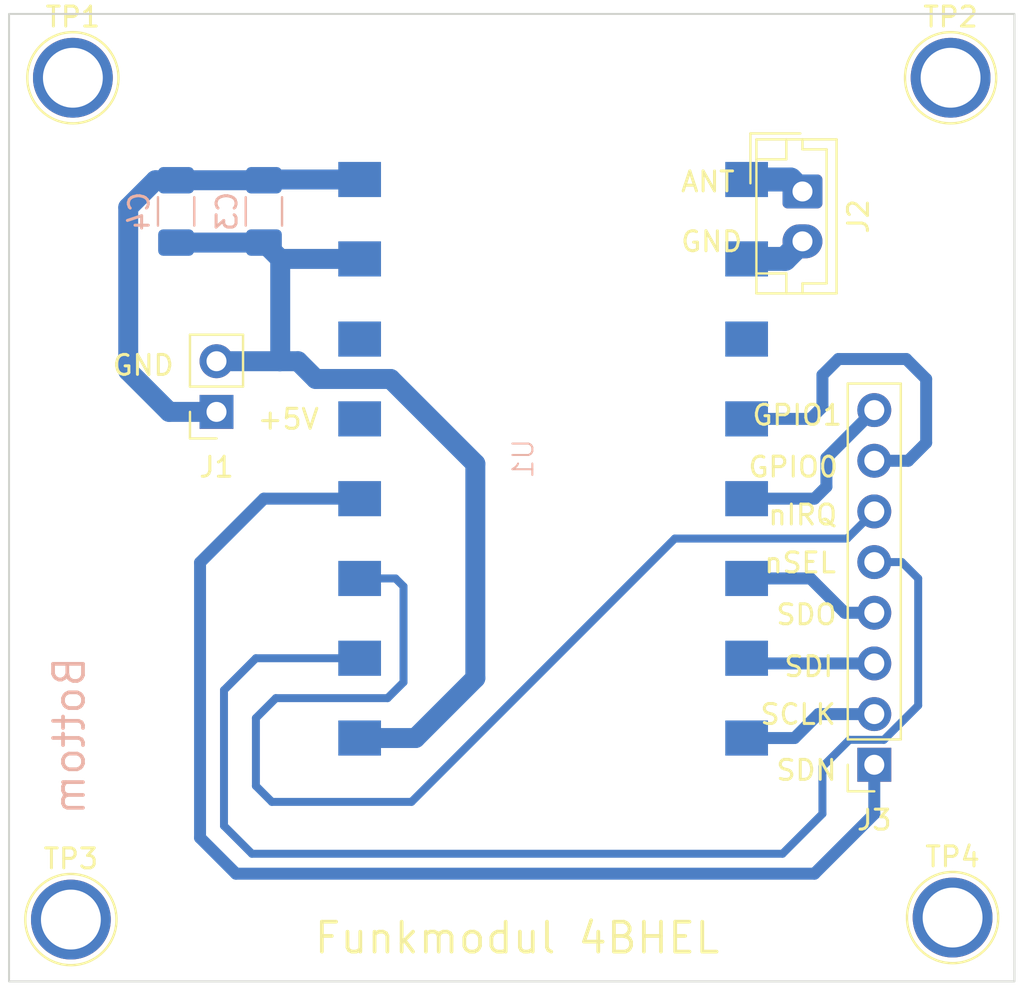
<source format=kicad_pcb>
(kicad_pcb (version 20221018) (generator pcbnew)
  (layers (0 "F.Cu" signal) (31 "B.Cu" signal) (34 "B.Paste" user) (35 "F.Paste" user) (36 "B.SilkS" user "B.Silkscreen") (37 "F.SilkS" user "F.Silkscreen") (38 "B.Mask" user) (39 "F.Mask" user) (44 "Edge.Cuts" user))
  (net 0 "")
  (footprint "Connector_PinSocket_2.54mm:PinSocket_1x02_P2.54mm_Vertical" (layer "F.Cu") (at 130.5 98.45 180)
    (fp_text reference "J1" (at 0 -2.77) (layer "F.SilkS"))
    (fp_text value "Conn_01x02_Socket")
    (fp_line (start -1.33 1.27) (end -1.33 3.87) (stroke (width 0.12)) (layer "F.SilkS"))
    (fp_line (start -1.33 1.27) (end 1.33 1.27) (stroke (width 0.12)) (layer "F.SilkS"))
    (fp_line (start -1.33 3.87) (end 1.33 3.87) (stroke (width 0.12)) (layer "F.SilkS"))
    (fp_line (start 0 -1.33) (end 1.33 -1.33) (stroke (width 0.12)) (layer "F.SilkS"))
    (fp_line (start 1.33 -1.33) (end 1.33 0) (stroke (width 0.12)) (layer "F.SilkS"))
    (fp_line (start 1.33 1.27) (end 1.33 3.87) (stroke (width 0.12)) (layer "F.SilkS"))
    (pad "1" thru_hole rect (at 0 0 180) (size 1.7 1.7) (drill 1) (layers "*.Cu" "*.Mask"))
    (pad "2" thru_hole oval (at 0 2.54 180) (size 1.7 1.7) (drill 1) (layers "*.Cu" "*.Mask"))
  )
  (footprint "Connector_PinSocket_2.54mm:PinSocket_1x08_P2.54mm_Vertical" (layer "F.Cu") (at 163.475 116.14 180)
    (fp_text reference "J3" (at 0 -2.77) (layer "F.SilkS"))
    (fp_text value "Conn_01x08_Socket")
    (fp_line (start -1.33 1.27) (end -1.33 19.11) (stroke (width 0.12)) (layer "F.SilkS"))
    (fp_line (start -1.33 1.27) (end 1.33 1.27) (stroke (width 0.12)) (layer "F.SilkS"))
    (fp_line (start -1.33 19.11) (end 1.33 19.11) (stroke (width 0.12)) (layer "F.SilkS"))
    (fp_line (start 0 -1.33) (end 1.33 -1.33) (stroke (width 0.12)) (layer "F.SilkS"))
    (fp_line (start 1.33 -1.33) (end 1.33 0) (stroke (width 0.12)) (layer "F.SilkS"))
    (fp_line (start 1.33 1.27) (end 1.33 19.11) (stroke (width 0.12)) (layer "F.SilkS"))
    (pad "1" thru_hole rect (at 0 0 180) (size 1.7 1.7) (drill 1) (layers "*.Cu" "*.Mask"))
    (pad "2" thru_hole oval (at 0 2.54 180) (size 1.7 1.7) (drill 1) (layers "*.Cu" "*.Mask"))
    (pad "3" thru_hole oval (at 0 5.08 180) (size 1.7 1.7) (drill 1) (layers "*.Cu" "*.Mask"))
    (pad "4" thru_hole oval (at 0 7.62 180) (size 1.7 1.7) (drill 1) (layers "*.Cu" "*.Mask"))
    (pad "5" thru_hole oval (at 0 10.16 180) (size 1.7 1.7) (drill 1) (layers "*.Cu" "*.Mask"))
    (pad "6" thru_hole oval (at 0 12.7 180) (size 1.7 1.7) (drill 1) (layers "*.Cu" "*.Mask"))
    (pad "7" thru_hole oval (at 0 15.24 180) (size 1.7 1.7) (drill 1) (layers "*.Cu" "*.Mask"))
    (pad "8" thru_hole oval (at 0 17.78 180) (size 1.7 1.7) (drill 1) (layers "*.Cu" "*.Mask"))
  )
  (footprint "TestPoint:TestPoint_Plated_Hole_D3.0mm" (layer "F.Cu") (at 123.2 123.9)
    (fp_text reference "TP3" (at 0 -3.048) (layer "F.SilkS"))
    (fp_text value "TestPoint")
    (fp_circle (center 0 0) (end 0 -2.286) (stroke (width 0.12)) (fill none) (layer "F.SilkS"))
    (pad "1" thru_hole circle (at 0 0) (size 4 4) (drill 3) (layers "*.Cu" "*.Mask"))
  )
  (footprint "Connector_JST:JST_EH_B2B-EH-A_1x02_P2.50mm_Vertical" (layer "F.Cu") (at 159.875 87.4 -90)
    (fp_text reference "J2" (at 1.25 -2.8 90) (layer "F.SilkS"))
    (fp_text value "Conn_01x02_Socket")
    (fp_line (start -2.91 0.11) (end -2.91 2.61) (stroke (width 0.12)) (layer "F.SilkS"))
    (fp_line (start -2.91 2.61) (end -0.41 2.61) (stroke (width 0.12)) (layer "F.SilkS"))
    (fp_line (start -2.61 -1.71) (end -2.61 2.31) (stroke (width 0.12)) (layer "F.SilkS"))
    (fp_line (start -2.61 0) (end -2.11 0) (stroke (width 0.12)) (layer "F.SilkS"))
    (fp_line (start -2.61 0.81) (end -1.61 0.81) (stroke (width 0.12)) (layer "F.SilkS"))
    (fp_line (start -2.61 2.31) (end 5.11 2.31) (stroke (width 0.12)) (layer "F.SilkS"))
    (fp_line (start -2.11 -1.21) (end 4.61 -1.21) (stroke (width 0.12)) (layer "F.SilkS"))
    (fp_line (start -2.11 0) (end -2.11 -1.21) (stroke (width 0.12)) (layer "F.SilkS"))
    (fp_line (start -1.61 0.81) (end -1.61 2.31) (stroke (width 0.12)) (layer "F.SilkS"))
    (fp_line (start 4.11 0.81) (end 4.11 2.31) (stroke (width 0.12)) (layer "F.SilkS"))
    (fp_line (start 4.61 -1.21) (end 4.61 0) (stroke (width 0.12)) (layer "F.SilkS"))
    (fp_line (start 4.61 0) (end 5.11 0) (stroke (width 0.12)) (layer "F.SilkS"))
    (fp_line (start 5.11 -1.71) (end -2.61 -1.71) (stroke (width 0.12)) (layer "F.SilkS"))
    (fp_line (start 5.11 0.81) (end 4.11 0.81) (stroke (width 0.12)) (layer "F.SilkS"))
    (fp_line (start 5.11 2.31) (end 5.11 -1.71) (stroke (width 0.12)) (layer "F.SilkS"))
    (pad "1" thru_hole roundrect (at 0 0 270) (size 1.7 2) (drill 1) (layers "*.Cu" "*.Mask") (roundrect_rratio 0.1470588235))
    (pad "2" thru_hole oval (at 2.5 0 270) (size 1.7 2) (drill 1) (layers "*.Cu" "*.Mask"))
  )
  (footprint "TestPoint:TestPoint_Plated_Hole_D3.0mm" (layer "F.Cu") (at 167.4 123.8)
    (fp_text reference "TP4" (at 0 -3.048) (layer "F.SilkS"))
    (fp_text value "TestPoint")
    (fp_circle (center 0 0) (end 0 -2.286) (stroke (width 0.12)) (fill none) (layer "F.SilkS"))
    (pad "1" thru_hole circle (at 0 0) (size 4 4) (drill 3) (layers "*.Cu" "*.Mask"))
  )
  (footprint "TestPoint:TestPoint_Plated_Hole_D3.0mm" (layer "F.Cu") (at 167.3 81.7)
    (fp_text reference "TP2" (at 0 -3.048) (layer "F.SilkS"))
    (fp_text value "TestPoint")
    (fp_circle (center 0 0) (end 0 -2.286) (stroke (width 0.12)) (fill none) (layer "F.SilkS"))
    (pad "1" thru_hole circle (at 0 0) (size 4 4) (drill 3) (layers "*.Cu" "*.Mask"))
  )
  (footprint "TestPoint:TestPoint_Plated_Hole_D3.0mm" (layer "F.Cu") (at 123.3 81.7)
    (fp_text reference "TP1" (at 0 -3.048) (layer "F.SilkS"))
    (fp_text value "TestPoint")
    (fp_circle (center 0 0) (end 0 -2.286) (stroke (width 0.12)) (fill none) (layer "F.SilkS"))
    (pad "1" thru_hole circle (at 0 0) (size 4 4) (drill 3) (layers "*.Cu" "*.Mask"))
  )
  (footprint "Capacitor_SMD:C_1206_3216Metric_Pad1.33x1.80mm_HandSolder" (layer "B.Cu") (at 128.475 88.4 -90)
    (fp_text reference "C4" (at 0 1.85 90) (layer "B.SilkS") (effects (justify mirror)))
    (fp_text value "47u")
    (fp_line (start -0.711252 -0.91) (end 0.711252 -0.91) (stroke (width 0.12)) (layer "B.SilkS"))
    (fp_line (start -0.711252 0.91) (end 0.711252 0.91) (stroke (width 0.12)) (layer "B.SilkS"))
    (pad "1" smd roundrect (at -1.5625 0 270) (size 1.325 1.8) (layers "B.Cu" "B.Paste" "B.Mask") (roundrect_rratio 0.1886792453))
    (pad "2" smd roundrect (at 1.5625 0 270) (size 1.325 1.8) (layers "B.Cu" "B.Paste" "B.Mask") (roundrect_rratio 0.1886792453))
  )
  (footprint "RF:Si4463" (layer "B.Cu") (at 147.375 100.8 -90)
    (fp_text reference "U1" (at 0 1.5 90 unlocked) (layer "B.SilkS") (effects (font (thickness 0.1)) (justify mirror)))
    (fp_text value "Si4463_eigen")
    (pad "1" smd rect (at -14 9.7 180) (size 2.143 1.762) (layers "B.Cu" "B.Paste" "B.Mask"))
    (pad "2" smd rect (at -10.019 9.7 180) (size 2.143 1.762) (layers "B.Cu" "B.Paste" "B.Mask"))
    (pad "3" smd rect (at -6 9.7 180) (size 2.143 1.762) (layers "B.Cu" "B.Paste" "B.Mask"))
    (pad "4" smd rect (at -2 9.7 180) (size 2.143 1.762) (layers "B.Cu" "B.Paste" "B.Mask"))
    (pad "5" smd rect (at 2 9.7 180) (size 2.143 1.762) (layers "B.Cu" "B.Paste" "B.Mask"))
    (pad "6" smd rect (at 6 9.7 180) (size 2.143 1.762) (layers "B.Cu" "B.Paste" "B.Mask"))
    (pad "7" smd rect (at 10 9.7 180) (size 2.143 1.762) (layers "B.Cu" "B.Paste" "B.Mask"))
    (pad "8" smd rect (at 14 9.7 180) (size 2.143 1.762) (layers "B.Cu" "B.Paste" "B.Mask"))
    (pad "9" smd rect (at -14 -9.7 180) (size 2.143 1.762) (layers "B.Cu" "B.Paste" "B.Mask"))
    (pad "10" smd rect (at -10.019 -9.7 180) (size 2.143 1.762) (layers "B.Cu" "B.Paste" "B.Mask"))
    (pad "11" smd rect (at -6 -9.7 180) (size 2.143 1.762) (layers "B.Cu" "B.Paste" "B.Mask"))
    (pad "12" smd rect (at -2 -9.7 180) (size 2.143 1.762) (layers "B.Cu" "B.Paste" "B.Mask"))
    (pad "13" smd rect (at 2 -9.7 180) (size 2.143 1.762) (layers "B.Cu" "B.Paste" "B.Mask"))
    (pad "14" smd rect (at 6 -9.7 180) (size 2.143 1.762) (layers "B.Cu" "B.Paste" "B.Mask"))
    (pad "15" smd rect (at 10 -9.7 180) (size 2.143 1.762) (layers "B.Cu" "B.Paste" "B.Mask"))
    (pad "16" smd rect (at 14 -9.7 180) (size 2.143 1.762) (layers "B.Cu" "B.Paste" "B.Mask"))
  )
  (footprint "Capacitor_SMD:C_1206_3216Metric_Pad1.33x1.80mm_HandSolder" (layer "B.Cu") (at 132.875 88.4 -90)
    (fp_text reference "C3" (at 0 1.85 90) (layer "B.SilkS") (effects (justify mirror)))
    (fp_text value "100n")
    (fp_line (start -0.711252 -0.91) (end 0.711252 -0.91) (stroke (width 0.12)) (layer "B.SilkS"))
    (fp_line (start -0.711252 0.91) (end 0.711252 0.91) (stroke (width 0.12)) (layer "B.SilkS"))
    (pad "1" smd roundrect (at -1.5625 0 270) (size 1.325 1.8) (layers "B.Cu" "B.Paste" "B.Mask") (roundrect_rratio 0.1886792453))
    (pad "2" smd roundrect (at 1.5625 0 270) (size 1.325 1.8) (layers "B.Cu" "B.Paste" "B.Mask") (roundrect_rratio 0.1886792453))
  )
  (gr_rect (start 120.1 78.5) (end 170.5 127) (stroke (width 0.1)) (fill none) (layer "Edge.Cuts"))
  (gr_text "Bottom" (at 124 110.6 90) (layer "B.SilkS") (effects (font (size 1.5 1.5) (thickness 0.1875)) (justify left bottom mirror)))
  (gr_text "Funkmodul 4BHEL" (at 135.3 125.7) (layer "F.SilkS") (effects (font (size 1.5 1.5) (thickness 0.1875)) (justify left bottom)))
  (gr_text "ANT" (at 153.7 87.5) (layer "F.SilkS") (effects (font (size 1 1)) (justify left bottom)))
  (gr_text "GND" (at 125.2 96.7) (layer "F.SilkS") (effects (font (size 1 1)) (justify left bottom)))
  (gr_text "GPIO0" (at 157.075 101.8) (layer "F.SilkS") (effects (font (size 1 1)) (justify left bottom)))
  (gr_text "+5V" (at 132.475 99.4) (layer "F.SilkS") (effects (font (size 1 1)) (justify left bottom)))
  (gr_text "SDI" (at 158.875 111.8) (layer "F.SilkS") (effects (font (size 1 1)) (justify left bottom)))
  (gr_text "SCLK" (at 157.675 114.2) (layer "F.SilkS") (effects (font (size 1 1)) (justify left bottom)))
  (gr_text "nSEL" (at 157.875 106.6) (layer "F.SilkS") (effects (font (size 1 1)) (justify left bottom)))
  (gr_text "nIRQ" (at 158.075 104.2) (layer "F.SilkS") (effects (font (size 1 1)) (justify left bottom)))
  (gr_text "SDO" (at 158.475 109.2) (layer "F.SilkS") (effects (font (size 1 1)) (justify left bottom)))
  (gr_text "GPIO1" (at 157.275 99.2) (layer "F.SilkS") (effects (font (size 1 1)) (justify left bottom)))
  (gr_text "GND" (at 153.7 90.5) (layer "F.SilkS") (effects (font (size 1 1)) (justify left bottom)))
  (gr_text "SDN" (at 158.475 117) (layer "F.SilkS") (effects (font (size 1 1)) (justify left bottom)))
  (segment (start 133.6935 90.781) (end 132.875 89.9625) (width 1) (layer "B.Cu") (net 0))
  (segment (start 160.475 121.6) (end 131.475 121.6) (width 0.6) (layer "B.Cu") (net 0))
  (segment (start 163.475 116.14) (end 163.475 118.6) (width 0.6) (layer "B.Cu") (net 0))
  (segment (start 129.675 119.8) (end 129.675 106) (width 0.6) (layer "B.Cu") (net 0))
  (segment (start 130.5 95.91) (end 133.675 95.91) (width 1) (layer "B.Cu") (net 0))
  (segment (start 133.475 112.8) (end 139.075 112.8) (width 0.4) (layer "B.Cu") (net 0))
  (segment (start 137.875 86.8) (end 132.9125 86.8) (width 1) (layer "B.Cu") (net 0))
  (segment (start 128.125 98.45) (end 126.075 96.4) (width 1) (layer "B.Cu") (net 0))
  (segment (start 130.875 112.4) (end 132.475 110.8) (width 0.4) (layer "B.Cu") (net 0))
  (segment (start 132.475 110.8) (end 137.875 110.8) (width 0.4) (layer "B.Cu") (net 0))
  (segment (start 157.275 106.8) (end 160.275 106.8) (width 0.6) (layer "B.Cu") (net 0))
  (segment (start 163.475 98.36) (end 161.075 100.76) (width 0.6) (layer "B.Cu") (net 0))
  (segment (start 132.475 117.2) (end 132.475 113.8) (width 0.4) (layer "B.Cu") (net 0))
  (segment (start 164.855 105.98) (end 165.675 106.8) (width 0.4) (layer "B.Cu") (net 0))
  (segment (start 126.075 96.4) (end 126.075 88.2) (width 1) (layer "B.Cu") (net 0))
  (segment (start 163.475 103.44) (end 162.115 104.8) (width 0.4) (layer "B.Cu") (net 0))
  (segment (start 158.994 90.781) (end 159.875 89.9) (width 1.2) (layer "B.Cu") (net 0))
  (segment (start 132.875 86.8375) (end 128.475 86.8375) (width 1) (layer "B.Cu") (net 0))
  (segment (start 143.475 101.0475) (end 143.475 111.8) (width 1) (layer "B.Cu") (net 0))
  (segment (start 157.275 98.8) (end 160.275 98.8) (width 0.6) (layer "B.Cu") (net 0))
  (segment (start 160.875 116.24) (end 160.875 118.6) (width 0.4) (layer "B.Cu") (net 0))
  (segment (start 165.175 100.9) (end 163.475 100.9) (width 0.6) (layer "B.Cu") (net 0))
  (segment (start 157.275 86.8) (end 159.275 86.8) (width 1.2) (layer "B.Cu") (net 0))
  (segment (start 160.475 102.8) (end 157.275 102.8) (width 0.6) (layer "B.Cu") (net 0))
  (segment (start 131.475 121.6) (end 129.675 119.8) (width 0.6) (layer "B.Cu") (net 0))
  (segment (start 165.075 95.8) (end 166.075 96.8) (width 0.6) (layer "B.Cu") (net 0))
  (segment (start 159.475 114.8) (end 160.675 113.6) (width 0.6) (layer "B.Cu") (net 0))
  (segment (start 165.675 113.167767) (end 163.952767 114.89) (width 0.4) (layer "B.Cu") (net 0))
  (segment (start 160.875 96.6) (end 161.675 95.8) (width 0.6) (layer "B.Cu") (net 0))
  (segment (start 143.475 111.8) (end 140.475 114.8) (width 1) (layer "B.Cu") (net 0))
  (segment (start 163.475 105.98) (end 164.855 105.98) (width 0.4) (layer "B.Cu") (net 0))
  (segment (start 134.585 95.91) (end 135.475 96.8) (width 1) (layer "B.Cu") (net 0))
  (segment (start 160.675 113.6) (end 163.475 113.6) (width 0.6) (layer "B.Cu") (net 0))
  (segment (start 162.115 104.8) (end 153.475 104.8) (width 0.4) (layer "B.Cu") (net 0))
  (segment (start 166.075 96.8) (end 166.075 100) (width 0.6) (layer "B.Cu") (net 0))
  (segment (start 130.5 98.45) (end 128.125 98.45) (width 1) (layer "B.Cu") (net 0))
  (segment (start 140.275 118) (end 133.275 118) (width 0.4) (layer "B.Cu") (net 0))
  (segment (start 166.075 100) (end 165.175 100.9) (width 0.6) (layer "B.Cu") (net 0))
  (segment (start 153.475 104.8) (end 140.275 118) (width 0.4) (layer "B.Cu") (net 0))
  (segment (start 126.075 88.2) (end 127.4375 86.8375) (width 1) (layer "B.Cu") (net 0))
  (segment (start 133.675 95.91) (end 134.585 95.91) (width 1) (layer "B.Cu") (net 0))
  (segment (start 160.275 106.8) (end 161.995 108.52) (width 0.6) (layer "B.Cu") (net 0))
  (segment (start 157.275 90.781) (end 158.994 90.781) (width 1.2) (layer "B.Cu") (net 0))
  (segment (start 133.6935 90.781) (end 133.6935 95.8915) (width 1) (layer "B.Cu") (net 0))
  (segment (start 165.675 106.8) (end 165.675 113.167767) (width 0.4) (layer "B.Cu") (net 0))
  (segment (start 139.475 106.8) (end 137.875 106.8) (width 0.4) (layer "B.Cu") (net 0))
  (segment (start 135.475 96.8) (end 139.2275 96.8) (width 1) (layer "B.Cu") (net 0))
  (segment (start 139.875 112) (end 139.875 107.2) (width 0.4) (layer "B.Cu") (net 0))
  (segment (start 161.075 100.76) (end 161.075 102.2) (width 0.6) (layer "B.Cu") (net 0))
  (segment (start 139.2275 96.8) (end 143.475 101.0475) (width 1) (layer "B.Cu") (net 0))
  (segment (start 163.475 111.06) (end 157.535 111.06) (width 0.6) (layer "B.Cu") (net 0))
  (segment (start 127.4375 86.8375) (end 128.475 86.8375) (width 1) (layer "B.Cu") (net 0))
  (segment (start 159.275 86.8) (end 159.875 87.4) (width 1.2) (layer "B.Cu") (net 0))
  (segment (start 132.875 102.8) (end 137.875 102.8) (width 0.6) (layer "B.Cu") (net 0))
  (segment (start 157.275 114.8) (end 159.475 114.8) (width 0.6) (layer "B.Cu") (net 0))
  (segment (start 158.875 120.6) (end 132.275 120.6) (width 0.4) (layer "B.Cu") (net 0))
  (segment (start 132.475 113.8) (end 133.475 112.8) (width 0.4) (layer "B.Cu") (net 0))
  (segment (start 162.225 114.89) (end 160.875 116.24) (width 0.4) (layer "B.Cu") (net 0))
  (segment (start 133.6935 95.8915) (end 133.675 95.91) (width 1) (layer "B.Cu") (net 0))
  (segment (start 160.875 98.2) (end 160.875 96.6) (width 0.6) (layer "B.Cu") (net 0))
  (segment (start 163.475 118.6) (end 160.475 121.6) (width 0.6) (layer "B.Cu") (net 0))
  (segment (start 130.875 119.2) (end 130.875 112.4) (width 0.4) (layer "B.Cu") (net 0))
  (segment (start 157.535 111.06) (end 157.275 110.8) (width 0.6) (layer "B.Cu") (net 0))
  (segment (start 161.075 102.2) (end 160.475 102.8) (width 0.6) (layer "B.Cu") (net 0))
  (segment (start 163.952767 114.89) (end 162.225 114.89) (width 0.4) (layer "B.Cu") (net 0))
  (segment (start 132.275 120.6) (end 130.875 119.2) (width 0.4) (layer "B.Cu") (net 0))
  (segment (start 132.875 89.9625) (end 128.475 89.9625) (width 1) (layer "B.Cu") (net 0))
  (segment (start 139.075 112.8) (end 139.875 112) (width 0.4) (layer "B.Cu") (net 0))
  (segment (start 160.275 98.8) (end 160.875 98.2) (width 0.6) (layer "B.Cu") (net 0))
  (segment (start 139.875 107.2) (end 139.475 106.8) (width 0.4) (layer "B.Cu") (net 0))
  (segment (start 129.675 106) (end 132.875 102.8) (width 0.6) (layer "B.Cu") (net 0))
  (segment (start 133.275 118) (end 132.475 117.2) (width 0.4) (layer "B.Cu") (net 0))
  (segment (start 140.475 114.8) (end 137.875 114.8) (width 1) (layer "B.Cu") (net 0))
  (segment (start 161.675 95.8) (end 165.075 95.8) (width 0.6) (layer "B.Cu") (net 0))
  (segment (start 137.875 90.781) (end 133.6935 90.781) (width 1) (layer "B.Cu") (net 0))
  (segment (start 161.995 108.52) (end 163.475 108.52) (width 0.6) (layer "B.Cu") (net 0))
  (segment (start 160.875 118.6) (end 158.875 120.6) (width 0.4) (layer "B.Cu") (net 0))
  (segment (start 132.9125 86.8) (end 132.875 86.8375) (width 1) (layer "B.Cu") (net 0))
)
</source>
